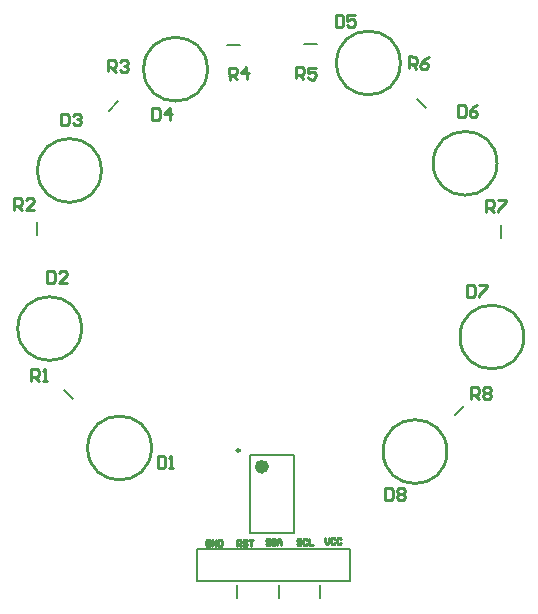
<source format=gto>
G04*
G04 #@! TF.GenerationSoftware,Altium Limited,Altium Designer,22.7.1 (60)*
G04*
G04 Layer_Color=65535*
%FSLAX44Y44*%
%MOMM*%
G71*
G04*
G04 #@! TF.SameCoordinates,34583956-BA44-4E5B-BA21-D6171543F883*
G04*
G04*
G04 #@! TF.FilePolarity,Positive*
G04*
G01*
G75*
%ADD10C,0.6000*%
%ADD11C,0.2500*%
%ADD12C,0.2540*%
%ADD13C,0.2000*%
D10*
X229958Y71768D02*
G03*
X229958Y71768I-3000J0D01*
G01*
D11*
X208208Y85518D02*
G03*
X208208Y85518I-1250J0D01*
G01*
D12*
X133426Y87630D02*
G03*
X133426Y87630I-27000J0D01*
G01*
X448640Y181610D02*
G03*
X448640Y181610I-27000J0D01*
G01*
X344150Y413612D02*
G03*
X344150Y413612I-27000J0D01*
G01*
X91008Y322580D02*
G03*
X91008Y322580I-27000J0D01*
G01*
X180827Y408332D02*
G03*
X180827Y408332I-27000J0D01*
G01*
X426034Y328676D02*
G03*
X426034Y328676I-27000J0D01*
G01*
X383616Y84582D02*
G03*
X383616Y84582I-27000J0D01*
G01*
X74244Y188722D02*
G03*
X74244Y188722I-27000J0D01*
G01*
X199525Y399353D02*
X198884Y409330D01*
X203872Y409650D01*
X205641Y408094D01*
X205855Y404769D01*
X204300Y402999D01*
X199311Y402679D01*
X202637Y402893D02*
X206176Y399781D01*
X214489Y400316D02*
X213848Y410292D01*
X209181Y404983D01*
X215832Y405410D01*
X138641Y80704D02*
Y70708D01*
X143640D01*
X145306Y72374D01*
Y79038D01*
X143640Y80704D01*
X138641D01*
X148638Y70708D02*
X151970D01*
X150304D01*
Y80704D01*
X148638Y79038D01*
X280670Y11094D02*
Y7762D01*
X282336Y6096D01*
X284002Y7762D01*
Y11094D01*
X289001Y10261D02*
X288167Y11094D01*
X286501D01*
X285668Y10261D01*
Y6929D01*
X286501Y6096D01*
X288167D01*
X289001Y6929D01*
X293999Y10261D02*
X293166Y11094D01*
X291500D01*
X290667Y10261D01*
Y6929D01*
X291500Y6096D01*
X293166D01*
X293999Y6929D01*
X182910Y8483D02*
X182077Y9316D01*
X180411D01*
X179578Y8483D01*
Y5151D01*
X180411Y4318D01*
X182077D01*
X182910Y5151D01*
Y6817D01*
X181244D01*
X184576Y4318D02*
Y9316D01*
X187909Y4318D01*
Y9316D01*
X189575D02*
Y4318D01*
X192074D01*
X192907Y5151D01*
Y8483D01*
X192074Y9316D01*
X189575D01*
X259872Y9753D02*
X259039Y10586D01*
X257373D01*
X256540Y9753D01*
Y8920D01*
X257373Y8087D01*
X259039D01*
X259872Y7254D01*
Y6421D01*
X259039Y5588D01*
X257373D01*
X256540Y6421D01*
X264871Y9753D02*
X264037Y10586D01*
X262371D01*
X261538Y9753D01*
Y6421D01*
X262371Y5588D01*
X264037D01*
X264871Y6421D01*
X266537Y10586D02*
Y5588D01*
X269869D01*
X233456Y9753D02*
X232623Y10586D01*
X230957D01*
X230124Y9753D01*
Y8920D01*
X230957Y8087D01*
X232623D01*
X233456Y7254D01*
Y6421D01*
X232623Y5588D01*
X230957D01*
X230124Y6421D01*
X235122Y10586D02*
Y5588D01*
X237621D01*
X238455Y6421D01*
Y9753D01*
X237621Y10586D01*
X235122D01*
X240121Y5588D02*
Y8920D01*
X241787Y10586D01*
X243453Y8920D01*
Y5588D01*
Y8087D01*
X240121D01*
X205994Y4318D02*
Y9316D01*
X208493D01*
X209326Y8483D01*
Y6817D01*
X208493Y5984D01*
X205994D01*
X207660D02*
X209326Y4318D01*
X214325Y8483D02*
X213491Y9316D01*
X211825D01*
X210992Y8483D01*
Y7650D01*
X211825Y6817D01*
X213491D01*
X214325Y5984D01*
Y5151D01*
X213491Y4318D01*
X211825D01*
X210992Y5151D01*
X215991Y9316D02*
X219323D01*
X217657D01*
Y4318D01*
X403911Y128860D02*
Y138856D01*
X408910D01*
X410576Y137190D01*
Y133858D01*
X408910Y132192D01*
X403911D01*
X407244D02*
X410576Y128860D01*
X413908Y137190D02*
X415574Y138856D01*
X418907D01*
X420573Y137190D01*
Y135524D01*
X418907Y133858D01*
X420573Y132192D01*
Y130526D01*
X418907Y128860D01*
X415574D01*
X413908Y130526D01*
Y132192D01*
X415574Y133858D01*
X413908Y135524D01*
Y137190D01*
X415574Y133858D02*
X418907D01*
X416865Y287610D02*
Y297606D01*
X421864D01*
X423530Y295940D01*
Y292608D01*
X421864Y290942D01*
X416865D01*
X420198D02*
X423530Y287610D01*
X426862Y297606D02*
X433527D01*
Y295940D01*
X426862Y289276D01*
Y287610D01*
X351074Y409227D02*
X351617Y419209D01*
X356608Y418938D01*
X358181Y417184D01*
X358000Y413856D01*
X356246Y412283D01*
X351255Y412555D01*
X354582Y412374D02*
X357729Y408865D01*
X368254Y418305D02*
X364836Y416822D01*
X361328Y413675D01*
X361147Y410348D01*
X362720Y408594D01*
X366047Y408413D01*
X367801Y409986D01*
X367892Y411650D01*
X366319Y413404D01*
X361328Y413675D01*
X255480Y400512D02*
X256225Y410481D01*
X261210Y410109D01*
X262747Y408323D01*
X262498Y405000D01*
X260713Y403463D01*
X255728Y403835D01*
X259051Y403587D02*
X262126Y400016D01*
X272840Y409240D02*
X266194Y409736D01*
X265821Y404752D01*
X269269Y406165D01*
X270930Y406041D01*
X272467Y404255D01*
X272219Y400932D01*
X270433Y399395D01*
X267111Y399643D01*
X265573Y401429D01*
X96702Y406440D02*
X96954Y416433D01*
X101951Y416307D01*
X103575Y414599D01*
X103490Y411268D01*
X101783Y409645D01*
X96786Y409771D01*
X100117Y409687D02*
X103364Y406271D01*
X106906Y414515D02*
X108614Y416138D01*
X111945Y416054D01*
X113568Y414347D01*
X113526Y412681D01*
X111818Y411057D01*
X110153Y411100D01*
X111818Y411057D01*
X113442Y409350D01*
X113400Y407684D01*
X111692Y406061D01*
X108361Y406145D01*
X106737Y407853D01*
X17323Y289388D02*
Y299384D01*
X22322D01*
X23988Y297718D01*
Y294386D01*
X22322Y292720D01*
X17323D01*
X20656D02*
X23988Y289388D01*
X33985D02*
X27320D01*
X33985Y296052D01*
Y297718D01*
X32318Y299384D01*
X28986D01*
X27320Y297718D01*
X31690Y144354D02*
Y154350D01*
X36688D01*
X38354Y152684D01*
Y149352D01*
X36688Y147686D01*
X31690D01*
X35022D02*
X38354Y144354D01*
X41686D02*
X45019D01*
X43352D01*
Y154350D01*
X41686Y152684D01*
X331521Y53766D02*
Y43770D01*
X336520D01*
X338186Y45436D01*
Y52100D01*
X336520Y53766D01*
X331521D01*
X341518Y52100D02*
X343184Y53766D01*
X346516D01*
X348183Y52100D01*
Y50434D01*
X346516Y48768D01*
X348183Y47102D01*
Y45436D01*
X346516Y43770D01*
X343184D01*
X341518Y45436D01*
Y47102D01*
X343184Y48768D01*
X341518Y50434D01*
Y52100D01*
X343184Y48768D02*
X346516D01*
X400863Y225724D02*
Y215728D01*
X405862D01*
X407528Y217394D01*
Y224058D01*
X405862Y225724D01*
X400863D01*
X410860D02*
X417525D01*
Y224058D01*
X410860Y217394D01*
Y215728D01*
X392735Y377616D02*
Y367620D01*
X397734D01*
X399400Y369286D01*
Y375950D01*
X397734Y377616D01*
X392735D01*
X409397D02*
X406064Y375950D01*
X402732Y372618D01*
Y369286D01*
X404398Y367620D01*
X407730D01*
X409397Y369286D01*
Y370952D01*
X407730Y372618D01*
X402732D01*
X289357Y453816D02*
Y443820D01*
X294356D01*
X296022Y445486D01*
Y452150D01*
X294356Y453816D01*
X289357D01*
X306019D02*
X299354D01*
Y448818D01*
X302686Y450484D01*
X304352D01*
X306019Y448818D01*
Y445486D01*
X304352Y443820D01*
X301020D01*
X299354Y445486D01*
X133909Y375584D02*
Y365588D01*
X138908D01*
X140574Y367254D01*
Y373918D01*
X138908Y375584D01*
X133909D01*
X148904Y365588D02*
Y375584D01*
X143906Y370586D01*
X150571D01*
X56947Y370758D02*
Y360762D01*
X61946D01*
X63612Y362428D01*
Y369092D01*
X61946Y370758D01*
X56947D01*
X66944Y369092D02*
X68610Y370758D01*
X71943D01*
X73609Y369092D01*
Y367426D01*
X71943Y365760D01*
X70276D01*
X71943D01*
X73609Y364094D01*
Y362428D01*
X71943Y360762D01*
X68610D01*
X66944Y362428D01*
X44943Y237272D02*
Y227276D01*
X49941D01*
X51607Y228942D01*
Y235606D01*
X49941Y237272D01*
X44943D01*
X61604Y227276D02*
X54939D01*
X61604Y233940D01*
Y235606D01*
X59938Y237272D01*
X56606D01*
X54939Y235606D01*
D13*
X241300Y-39536D02*
Y-28536D01*
X276098Y-39282D02*
Y-28282D01*
X390065Y115745D02*
X397843Y123523D01*
X429032Y265518D02*
Y276518D01*
X358315Y383365D02*
X366093Y375587D01*
X262978Y430048D02*
X273978D01*
X197192Y429032D02*
X208192D01*
X97203Y373301D02*
X104981Y381079D01*
X36550Y267804D02*
Y278804D01*
X59611Y136731D02*
X67389Y128953D01*
X205486Y-39282D02*
Y-28282D01*
X216958Y15768D02*
X253958D01*
X216958Y81768D02*
X253958D01*
Y15768D02*
Y81768D01*
X216958Y15768D02*
Y81768D01*
X301728Y-24626D02*
Y2274D01*
X171728D02*
X301728D01*
X171728Y-24626D02*
Y2274D01*
Y-24626D02*
X301728D01*
M02*

</source>
